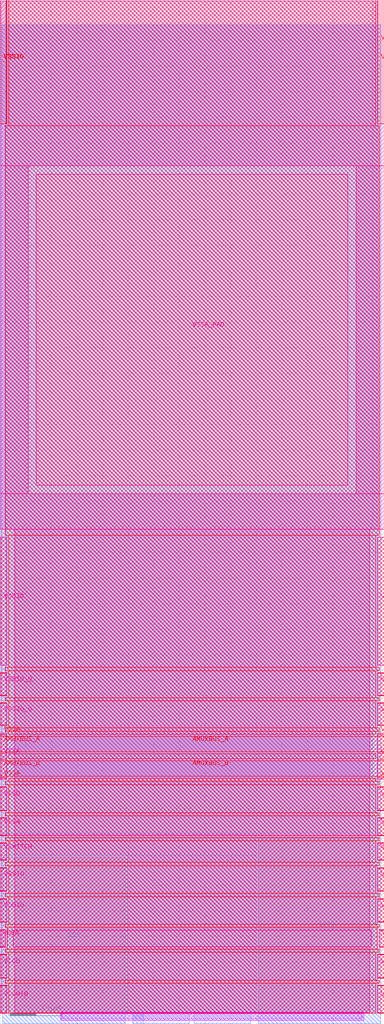
<source format=lef>
VERSION 5.7 ;
  NOWIREEXTENSIONATPIN ON ;
  DIVIDERCHAR "/" ;
  BUSBITCHARS "[]" ;
MACRO sky130_ef_io__vssa_hvc_clamped_pad
  CLASS PAD POWER ;
  FOREIGN sky130_ef_io__vssa_hvc_clamped_pad ;
  ORIGIN 0.000 0.000 ;
  SIZE 75.000 BY 197.965 ;
  PIN AMUXBUS_A
    DIRECTION INOUT ;
    USE SIGNAL ;
    PORT
      LAYER met4 ;
        RECT 0.000 51.090 75.000 54.070 ;
    END
    PORT
      LAYER met4 ;
        RECT 0.000 51.090 1.270 54.070 ;
    END
  END AMUXBUS_A
  PIN AMUXBUS_B
    DIRECTION INOUT ;
    USE SIGNAL ;
    PORT
      LAYER met4 ;
        RECT 0.000 46.330 75.000 49.310 ;
    END
    PORT
      LAYER met4 ;
        RECT 0.000 46.330 1.270 49.310 ;
    END
  END AMUXBUS_B
  PIN VSSA_PAD
    DIRECTION INOUT ;
    USE GROUND ;
    PORT
      LAYER met5 ;
        RECT 7.050 103.085 67.890 163.910 ;
    END
  END VSSA_PAD
  PIN VSSA
    DIRECTION INOUT ;
    USE GROUND ;
    PORT
      LAYER met3 ;
        RECT 0.495 -2.035 24.395 30.480 ;
    END
    PORT
      LAYER met3 ;
        RECT 50.390 -2.035 74.290 34.725 ;
    END
    PORT
      LAYER met5 ;
        RECT 73.730 45.700 75.000 54.700 ;
    END
    PORT
      LAYER met5 ;
        RECT 73.730 34.805 75.000 38.050 ;
    END
    PORT
      LAYER met5 ;
        RECT 0.000 45.700 1.270 54.700 ;
    END
    PORT
      LAYER met5 ;
        RECT 0.000 34.805 1.270 38.050 ;
    END
    PORT
      LAYER met4 ;
        RECT 73.730 49.610 75.000 50.790 ;
    END
    PORT
      LAYER met4 ;
        RECT 73.730 54.370 75.000 54.700 ;
    END
    PORT
      LAYER met4 ;
        RECT 73.730 45.700 75.000 46.030 ;
    END
    PORT
      LAYER met4 ;
        RECT 73.730 34.700 75.000 38.150 ;
    END
    PORT
      LAYER met4 ;
        RECT 0.000 45.700 1.270 46.030 ;
    END
    PORT
      LAYER met4 ;
        RECT 0.000 49.610 1.270 50.790 ;
    END
    PORT
      LAYER met4 ;
        RECT 0.000 54.370 1.270 54.700 ;
    END
    PORT
      LAYER met4 ;
        RECT 0.000 34.700 1.270 38.150 ;
    END
  END VSSA
  PIN VDDA
    DIRECTION INOUT ;
    USE POWER ;
    PORT
      LAYER met5 ;
        RECT 74.035 13.000 75.000 16.250 ;
    END
    PORT
      LAYER met5 ;
        RECT 0.000 13.000 0.965 16.250 ;
    END
    PORT
      LAYER met4 ;
        RECT 74.035 12.900 75.000 16.350 ;
    END
    PORT
      LAYER met4 ;
        RECT 0.000 12.900 0.965 16.350 ;
    END
  END VDDA
  PIN VSWITCH
    DIRECTION INOUT ;
    USE POWER ;
    PORT
      LAYER met5 ;
        RECT 73.730 29.950 75.000 33.200 ;
    END
    PORT
      LAYER met5 ;
        RECT 0.000 29.950 1.270 33.200 ;
    END
    PORT
      LAYER met4 ;
        RECT 73.730 29.850 75.000 33.300 ;
    END
    PORT
      LAYER met4 ;
        RECT 0.000 29.850 1.270 33.300 ;
    END
  END VSWITCH
  PIN VDDIO_Q
    DIRECTION INOUT ;
    USE POWER ;
    PORT
      LAYER met5 ;
        RECT 73.730 62.150 75.000 66.400 ;
    END
    PORT
      LAYER met5 ;
        RECT 0.000 62.150 1.270 66.400 ;
    END
    PORT
      LAYER met4 ;
        RECT 73.730 62.050 75.000 66.500 ;
    END
    PORT
      LAYER met4 ;
        RECT 0.000 62.050 1.270 66.500 ;
    END
  END VDDIO_Q
  PIN VCCHIB
    DIRECTION INOUT ;
    USE POWER ;
    PORT
      LAYER met5 ;
        RECT 73.730 0.100 75.000 5.350 ;
    END
    PORT
      LAYER met5 ;
        RECT 0.000 0.100 1.270 5.350 ;
    END
    PORT
      LAYER met4 ;
        RECT 73.730 0.000 75.000 5.450 ;
    END
    PORT
      LAYER met4 ;
        RECT 0.000 0.000 1.270 5.450 ;
    END
  END VCCHIB
  PIN VDDIO
    DIRECTION INOUT ;
    USE POWER ;
    PORT
      LAYER met5 ;
        RECT 73.730 68.000 75.000 92.950 ;
    END
    PORT
      LAYER met5 ;
        RECT 73.730 17.850 75.000 22.300 ;
    END
    PORT
      LAYER met5 ;
        RECT 0.000 68.000 1.270 92.950 ;
    END
    PORT
      LAYER met5 ;
        RECT 0.000 17.850 1.270 22.300 ;
    END
    PORT
      LAYER met4 ;
        RECT 73.730 17.750 75.000 22.400 ;
    END
    PORT
      LAYER met4 ;
        RECT 73.730 68.000 75.000 92.965 ;
    END
    PORT
      LAYER met4 ;
        RECT 0.000 17.750 1.270 22.400 ;
    END
    PORT
      LAYER met4 ;
        RECT 0.000 68.000 1.270 92.965 ;
    END
  END VDDIO
  PIN VCCD
    DIRECTION INOUT ;
    USE POWER ;
    PORT
      LAYER met5 ;
        RECT 73.730 6.950 75.000 11.400 ;
    END
    PORT
      LAYER met5 ;
        RECT 0.000 6.950 1.270 11.400 ;
    END
    PORT
      LAYER met4 ;
        RECT 73.730 6.850 75.000 11.500 ;
    END
    PORT
      LAYER met4 ;
        RECT 0.000 6.850 1.270 11.500 ;
    END
  END VCCD
  PIN VSSIO
    DIRECTION INOUT ;
    USE GROUND ;
    PORT
      LAYER met4 ;
        RECT 0.000 173.750 1.205 197.965 ;
    END
    PORT
      LAYER met5 ;
        RECT 73.730 23.900 75.000 28.350 ;
    END
    PORT
      LAYER met5 ;
        RECT 0.000 23.900 1.270 28.350 ;
    END
    PORT
      LAYER met4 ;
        RECT 73.730 23.800 75.000 28.450 ;
    END
    PORT
      LAYER met4 ;
        RECT 73.730 173.750 75.000 197.965 ;
    END
    PORT
      LAYER met4 ;
        RECT 0.000 173.750 1.270 197.965 ;
    END
    PORT
      LAYER met4 ;
        RECT 0.000 23.800 1.270 28.450 ;
    END
  END VSSIO
  PIN VSSD
    DIRECTION INOUT ;
    USE GROUND ;
    PORT
      LAYER met5 ;
        RECT 73.730 39.650 75.000 44.100 ;
    END
    PORT
      LAYER met5 ;
        RECT 0.000 39.650 1.270 44.100 ;
    END
    PORT
      LAYER met4 ;
        RECT 73.730 39.550 75.000 44.200 ;
    END
    PORT
      LAYER met4 ;
        RECT 0.000 39.550 1.270 44.200 ;
    END
  END VSSD
  PIN VSSIO_Q
    DIRECTION INOUT ;
    USE GROUND ;
    PORT
      LAYER met5 ;
        RECT 73.730 56.300 75.000 60.550 ;
    END
    PORT
      LAYER met5 ;
        RECT 0.000 56.300 1.270 60.550 ;
    END
    PORT
      LAYER met4 ;
        RECT 73.730 56.200 75.000 60.650 ;
    END
    PORT
      LAYER met4 ;
        RECT 0.000 56.200 1.270 60.650 ;
    END
  END VSSIO_Q
  PIN VSSIO
    DIRECTION INOUT ;
    USE GROUND ;
    PORT
      LAYER met4 ;
        RECT 74.360 189.565 74.370 189.575 ;
    END
  END VSSIO
  OBS
      LAYER nwell ;
        RECT 11.860 -1.350 70.965 0.170 ;
      LAYER li1 ;
        RECT 1.070 0.000 72.775 197.660 ;
        RECT 12.065 -0.145 13.045 0.000 ;
        RECT 69.760 -0.145 70.650 0.000 ;
        RECT 12.065 -1.035 70.650 -0.145 ;
      LAYER met1 ;
        RECT 0.185 0.000 73.620 197.690 ;
        RECT 12.035 -0.115 13.350 0.000 ;
        POLYGON 13.350 0.000 13.465 -0.115 13.350 -0.115 ;
        POLYGON 69.540 0.000 69.540 -0.115 69.425 -0.115 ;
        RECT 69.540 -0.115 70.680 0.000 ;
        RECT 12.035 -1.065 70.680 -0.115 ;
      LAYER met2 ;
        RECT 0.265 0.000 74.290 193.040 ;
        RECT 0.495 -2.035 24.395 0.000 ;
        RECT 25.895 -2.035 27.895 -0.115 ;
        RECT 50.390 -2.035 74.290 0.000 ;
      LAYER met3 ;
        RECT 0.240 35.125 74.290 193.065 ;
        RECT 0.240 30.880 49.990 35.125 ;
        RECT 24.795 0.000 49.990 30.880 ;
        RECT 25.895 -2.035 36.895 0.000 ;
        RECT 37.890 -2.035 48.890 0.000 ;
      LAYER met4 ;
        RECT 1.670 173.350 73.330 197.965 ;
        RECT 0.965 93.365 74.035 173.350 ;
        RECT 1.670 67.600 73.330 93.365 ;
        RECT 0.965 66.900 74.035 67.600 ;
        RECT 1.670 61.650 73.330 66.900 ;
        RECT 0.965 61.050 74.035 61.650 ;
        RECT 1.670 55.800 73.330 61.050 ;
        RECT 0.965 55.100 74.035 55.800 ;
        RECT 1.670 54.470 73.330 55.100 ;
        RECT 1.670 49.710 73.330 50.690 ;
        RECT 1.670 45.300 73.330 45.930 ;
        RECT 0.965 44.600 74.035 45.300 ;
        RECT 1.670 39.150 73.330 44.600 ;
        RECT 0.965 38.550 74.035 39.150 ;
        RECT 1.670 34.300 73.330 38.550 ;
        RECT 0.965 33.700 74.035 34.300 ;
        RECT 1.670 29.450 73.330 33.700 ;
        RECT 0.965 28.850 74.035 29.450 ;
        RECT 1.670 23.400 73.330 28.850 ;
        RECT 0.965 22.800 74.035 23.400 ;
        RECT 1.670 17.350 73.330 22.800 ;
        RECT 0.965 16.750 74.035 17.350 ;
        RECT 1.365 12.500 73.635 16.750 ;
        RECT 0.965 11.900 74.035 12.500 ;
        RECT 1.670 6.450 73.330 11.900 ;
        RECT 0.965 5.850 74.035 6.450 ;
        RECT 1.670 0.000 73.330 5.850 ;
      LAYER met5 ;
        RECT 0.000 165.510 75.000 197.965 ;
        RECT 0.000 101.485 5.450 165.510 ;
        RECT 69.490 101.485 75.000 165.510 ;
        RECT 0.000 94.550 75.000 101.485 ;
        RECT 2.870 34.805 72.130 94.550 ;
        RECT 0.000 34.800 75.000 34.805 ;
        RECT 2.870 16.250 72.130 34.800 ;
        RECT 2.565 13.000 72.435 16.250 ;
        RECT 2.870 0.100 72.130 13.000 ;
  END
END sky130_ef_io__vssa_hvc_clamped_pad
END LIBRARY


</source>
